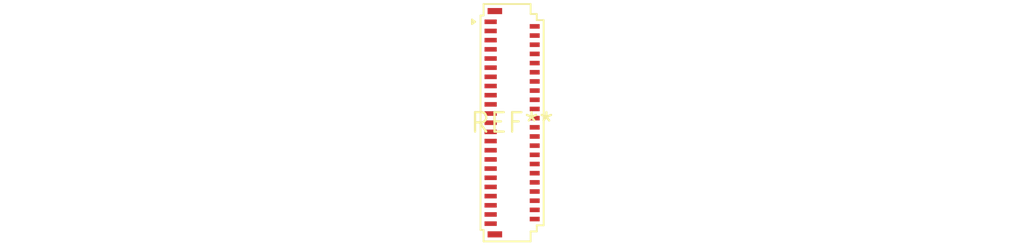
<source format=kicad_pcb>
(kicad_pcb (version 20240108) (generator pcbnew)
  (layers (0 "F.Cu" signal) (31 "B.Cu" signal) (34 "B.Paste" user) (35 "F.Paste" user) (36 "B.SilkS" user "B.Silkscreen") (37 "F.SilkS" user "F.Silkscreen") (38 "B.Mask" user) (39 "F.Mask" user) (44 "Edge.Cuts" user))
  (net 0 "")
  (footprint "Hirose_FH26-45S-0.3SHW_2Rows-45Pins-1MP_P0.60mm_Horizontal" (layer "F.Cu") (at 0 0)
    (property "Reference" "REF**")
    (property "Value" "Hirose_FH26-45S-0.3SHW_2Rows-45Pins-1MP_P0.60mm_Horizontal")
    (fp_line (start -2.622132 -6.75) (end -2.41 -6.6) (layer "F.SilkS") (stroke (width 0.12)))
    (fp_line (start -2.622132 -6.45) (end -2.622132 -6.75) (layer "F.SilkS") (stroke (width 0.12)))
    (fp_line (start -2.41 -6.6) (end -2.622132 -6.45) (layer "F.SilkS") (stroke (width 0.12)))
    (fp_line (start -2.06 -7.01) (end -2.06 0) (layer "F.SilkS") (stroke (width 0.12)))
    (fp_line (start -2.06 7.01) (end -2.06 0) (layer "F.SilkS") (stroke (width 0.12)))
    (fp_line (start -1.86 -7.76) (end -1.86 -7.01) (layer "F.SilkS") (stroke (width 0.12)))
    (fp_line (start -1.86 -7.01) (end -2.06 -7.01) (layer "F.SilkS") (stroke (width 0.12)))
    (fp_line (start -1.86 7.01) (end -2.06 7.01) (layer "F.SilkS") (stroke (width 0.12)))
    (fp_line (start -1.86 7.76) (end -1.86 7.01) (layer "F.SilkS") (stroke (width 0.12)))
    (fp_line (start 1.21 -7.76) (end -1.86 -7.76) (layer "F.SilkS") (stroke (width 0.12)))
    (fp_line (start 1.21 -7.11) (end 1.21 -7.76) (layer "F.SilkS") (stroke (width 0.12)))
    (fp_line (start 1.21 7.11) (end 1.21 7.76) (layer "F.SilkS") (stroke (width 0.12)))
    (fp_line (start 1.21 7.76) (end -1.86 7.76) (layer "F.SilkS") (stroke (width 0.12)))
    (fp_line (start 1.61 -7.11) (end 1.21 -7.11) (layer "F.SilkS") (stroke (width 0.12)))
    (fp_line (start 1.61 -6.71) (end 1.61 -7.11) (layer "F.SilkS") (stroke (width 0.12)))
    (fp_line (start 1.61 6.71) (end 1.61 7.11) (layer "F.SilkS") (stroke (width 0.12)))
    (fp_line (start 1.61 7.11) (end 1.21 7.11) (layer "F.SilkS") (stroke (width 0.12)))
    (fp_line (start 2.06 -6.71) (end 1.61 -6.71) (layer "F.SilkS") (stroke (width 0.12)))
    (fp_line (start 2.06 0) (end 2.06 -6.71) (layer "F.SilkS") (stroke (width 0.12)))
    (fp_line (start 2.06 0) (end 2.06 6.71) (layer "F.SilkS") (stroke (width 0.12)))
    (fp_line (start 2.06 6.71) (end 1.61 6.71) (layer "F.SilkS") (stroke (width 0.12)))
    (pad "1" smd rect (at -1.4 -6.6) (size 0.8 0.3) (layers "F.Cu" "F.Paste" "F.Mask"))
    (pad "2" smd rect (at 1.475 -6.3) (size 0.65 0.3) (layers "F.Cu" "F.Paste" "F.Mask"))
    (pad "3" smd rect (at -1.4 -6) (size 0.8 0.3) (layers "F.Cu" "F.Paste" "F.Mask"))
    (pad "4" smd rect (at 1.475 -5.7) (size 0.65 0.3) (layers "F.Cu" "F.Paste" "F.Mask"))
    (pad "5" smd rect (at -1.4 -5.4) (size 0.8 0.3) (layers "F.Cu" "F.Paste" "F.Mask"))
    (pad "6" smd rect (at 1.475 -5.1) (size 0.65 0.3) (layers "F.Cu" "F.Paste" "F.Mask"))
    (pad "7" smd rect (at -1.4 -4.8) (size 0.8 0.3) (layers "F.Cu" "F.Paste" "F.Mask"))
    (pad "8" smd rect (at 1.475 -4.5) (size 0.65 0.3) (layers "F.Cu" "F.Paste" "F.Mask"))
    (pad "9" smd rect (at -1.4 -4.2) (size 0.8 0.3) (layers "F.Cu" "F.Paste" "F.Mask"))
    (pad "10" smd rect (at 1.475 -3.9) (size 0.65 0.3) (layers "F.Cu" "F.Paste" "F.Mask"))
    (pad "11" smd rect (at -1.4 -3.6) (size 0.8 0.3) (layers "F.Cu" "F.Paste" "F.Mask"))
    (pad "12" smd rect (at 1.475 -3.3) (size 0.65 0.3) (layers "F.Cu" "F.Paste" "F.Mask"))
    (pad "13" smd rect (at -1.4 -3) (size 0.8 0.3) (layers "F.Cu" "F.Paste" "F.Mask"))
    (pad "14" smd rect (at 1.475 -2.7) (size 0.65 0.3) (layers "F.Cu" "F.Paste" "F.Mask"))
    (pad "15" smd rect (at -1.4 -2.4) (size 0.8 0.3) (layers "F.Cu" "F.Paste" "F.Mask"))
    (pad "16" smd rect (at 1.475 -2.1) (size 0.65 0.3) (layers "F.Cu" "F.Paste" "F.Mask"))
    (pad "17" smd rect (at -1.4 -1.8) (size 0.8 0.3) (layers "F.Cu" "F.Paste" "F.Mask"))
    (pad "18" smd rect (at 1.475 -1.5) (size 0.65 0.3) (layers "F.Cu" "F.Paste" "F.Mask"))
    (pad "19" smd rect (at -1.4 -1.2) (size 0.8 0.3) (layers "F.Cu" "F.Paste" "F.Mask"))
    (pad "20" smd rect (at 1.475 -0.9) (size 0.65 0.3) (layers "F.Cu" "F.Paste" "F.Mask"))
    (pad "21" smd rect (at -1.4 -0.6) (size 0.8 0.3) (layers "F.Cu" "F.Paste" "F.Mask"))
    (pad "22" smd rect (at 1.475 -0.3) (size 0.65 0.3) (layers "F.Cu" "F.Paste" "F.Mask"))
    (pad "23" smd rect (at -1.4 0) (size 0.8 0.3) (layers "F.Cu" "F.Paste" "F.Mask"))
    (pad "24" smd rect (at 1.475 0.3) (size 0.65 0.3) (layers "F.Cu" "F.Paste" "F.Mask"))
    (pad "25" smd rect (at -1.4 0.6) (size 0.8 0.3) (layers "F.Cu" "F.Paste" "F.Mask"))
    (pad "26" smd rect (at 1.475 0.9) (size 0.65 0.3) (layers "F.Cu" "F.Paste" "F.Mask"))
    (pad "27" smd rect (at -1.4 1.2) (size 0.8 0.3) (layers "F.Cu" "F.Paste" "F.Mask"))
    (pad "28" smd rect (at 1.475 1.5) (size 0.65 0.3) (layers "F.Cu" "F.Paste" "F.Mask"))
    (pad "29" smd rect (at -1.4 1.8) (size 0.8 0.3) (layers "F.Cu" "F.Paste" "F.Mask"))
    (pad "30" smd rect (at 1.475 2.1) (size 0.65 0.3) (layers "F.Cu" "F.Paste" "F.Mask"))
    (pad "31" smd rect (at -1.4 2.4) (size 0.8 0.3) (layers "F.Cu" "F.Paste" "F.Mask"))
    (pad "32" smd rect (at 1.475 2.7) (size 0.65 0.3) (layers "F.Cu" "F.Paste" "F.Mask"))
    (pad "33" smd rect (at -1.4 3) (size 0.8 0.3) (layers "F.Cu" "F.Paste" "F.Mask"))
    (pad "34" smd rect (at 1.475 3.3) (size 0.65 0.3) (layers "F.Cu" "F.Paste" "F.Mask"))
    (pad "35" smd rect (at -1.4 3.6) (size 0.8 0.3) (layers "F.Cu" "F.Paste" "F.Mask"))
    (pad "36" smd rect (at 1.475 3.9) (size 0.65 0.3) (layers "F.Cu" "F.Paste" "F.Mask"))
    (pad "37" smd rect (at -1.4 4.2) (size 0.8 0.3) (layers "F.Cu" "F.Paste" "F.Mask"))
    (pad "38" smd rect (at 1.475 4.5) (size 0.65 0.3) (layers "F.Cu" "F.Paste" "F.Mask"))
    (pad "39" smd rect (at -1.4 4.8) (size 0.8 0.3) (layers "F.Cu" "F.Paste" "F.Mask"))
    (pad "40" smd rect (at 1.475 5.1) (size 0.65 0.3) (layers "F.Cu" "F.Paste" "F.Mask"))
    (pad "41" smd rect (at -1.4 5.4) (size 0.8 0.3) (layers "F.Cu" "F.Paste" "F.Mask"))
    (pad "42" smd rect (at 1.475 5.7) (size 0.65 0.3) (layers "F.Cu" "F.Paste" "F.Mask"))
    (pad "43" smd rect (at -1.4 6) (size 0.8 0.3) (layers "F.Cu" "F.Paste" "F.Mask"))
    (pad "44" smd rect (at 1.475 6.3) (size 0.65 0.3) (layers "F.Cu" "F.Paste" "F.Mask"))
    (pad "45" smd rect (at -1.4 6.6) (size 0.8 0.3) (layers "F.Cu" "F.Paste" "F.Mask"))
    (pad "MP" smd rect (at -1.125 -7.3) (size 0.95 0.4) (layers "F.Cu" "F.Paste" "F.Mask"))
    (pad "MP" smd rect (at -1.125 7.3) (size 0.95 0.4) (layers "F.Cu" "F.Paste" "F.Mask"))
  )
)
</source>
